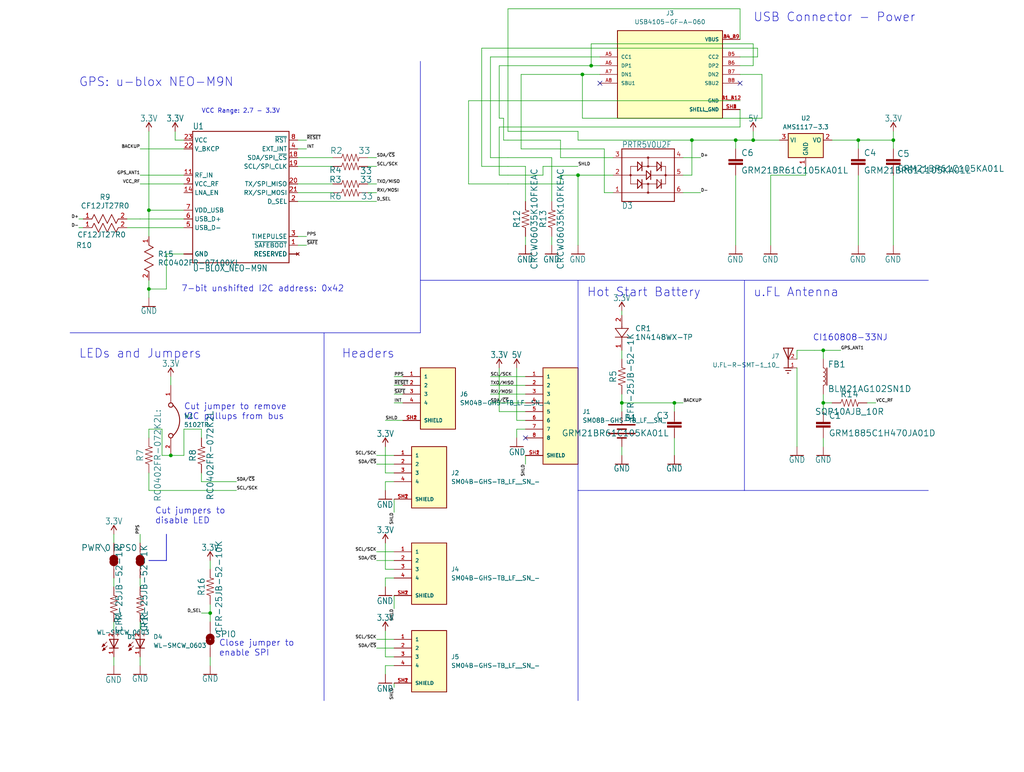
<source format=kicad_sch>
(kicad_sch (version 20231120) (generator "eeschema") (generator_version "8.0")
  (paper "User" 297.002 223.926)
  (lib_symbols
    (symbol "150060BS75000:WL-SMCW_0603" (pin_names (offset 1.016))
      (property "Reference" "D" (at -1.988 3.972 0))
      (property "Value" "WL-SMCW_0603" (at -2.628 -3.928 0))
      (symbol "WL-SMCW_0603_0_0"
        (text "+" (at 3.08 -1.74 0) (effects (font (size 1.27 1.27)) (justify left bottom)))
        (pin passive line (at -2.54 0 0) (length 2.54) (name "~") (number "1"))
        (pin passive line (at 5.08 0 180) (length 2.54) (name "~") (number "2"))
      )
    )
    (symbol "1N4148WX-TP:1N4148WX-TP" (pin_names (offset 0.254))
      (property "Reference" "CR" (at 5.08 4.445 0))
      (property "Value" "1N4148WX-TP" (at 5.08 -3.81 0))
      (symbol "1N4148WX-TP_1_1"
        (pin unspecified line (at 10.16 0 180) (length 2.54) (name "") (number "1"))
        (pin unspecified line (at 0 0 0) (length 2.54) (name "") (number "2"))
      )
      (symbol "1N4148WX-TP_1_2"
        (pin unspecified line (at 0 10.16 270) (length 2.54) (name "") (number "1"))
        (pin unspecified line (at 0 0 90) (length 2.54) (name "") (number "2"))
      )
    )
    (symbol "5102TR:5102TR" (pin_names (offset 1.016))
      (property "Reference" "W" (at -7.6244 5.0815 0))
      (property "Value" "5102TR" (at -7.63 -5.0866 0))
      (symbol "5102TR_0_0"
        (pin passive line (at -10.16 0 0) (length 5.08) (name "~") (number "1"))
        (pin passive line (at 10.16 0 180) (length 5.08) (name "~") (number "2"))
      )
    )
    (symbol "CF12JT27R0:CF12JT27R0" (pin_names (offset 0.254))
      (property "Reference" "R" (at 5.715 3.81 0))
      (property "Value" "CF12JT27R0" (at 6.35 -3.81 0))
      (symbol "CF12JT27R0_1_1"
        (pin unspecified line (at 0 0 0) (length 2.54) (name "") (number "1"))
        (pin unspecified line (at 12.7 0 180) (length 2.54) (name "") (number "2"))
      )
      (symbol "CF12JT27R0_1_2"
        (pin unspecified line (at 0 12.7 270) (length 2.54) (name "") (number "1"))
        (pin unspecified line (at 0 0 90) (length 2.54) (name "") (number "2"))
      )
    )
    (symbol "RC0402FR-07100KL:RC0402FR-07100KL" (pin_names (offset 0.254))
      (property "Reference" "R" (at 5.715 3.81 0))
      (property "Value" "RC0402FR-07100KL" (at 6.35 -3.81 0))
      (symbol "RC0402FR-07100KL_1_1"
        (pin unspecified line (at 12.7 0 180) (length 2.54) (name "") (number "1"))
        (pin unspecified line (at 0 0 0) (length 2.54) (name "") (number "2"))
      )
      (symbol "RC0402FR-07100KL_1_2"
        (pin unspecified line (at 0 12.7 270) (length 2.54) (name "") (number "1"))
        (pin unspecified line (at 0 0 90) (length 2.54) (name "") (number "2"))
      )
    )
    (symbol "Regulator_Linear:AMS1117-3.3"
      (property "Reference" "U" (at -3.81 3.175 0))
      (property "Value" "AMS1117-3.3" (at 0 3.175 0))
      (symbol "AMS1117-3.3_1_1"
        (pin power_in line (at 0 -7.62 90) (length 2.54) (name "GND") (number "1"))
        (pin power_out line (at 7.62 0 180) (length 2.54) (name "VO") (number "2"))
        (pin power_in line (at -7.62 0 0) (length 2.54) (name "VI") (number "3"))
      )
    )
    (symbol "SM04B-GHS-TB_LF__SN_-:SM04B-GHS-TB_LF__SN_-" (pin_names (offset 1.016))
      (property "Reference" "J" (at -5.0802 7.6203 0))
      (property "Value" "SM04B-GHS-TB_LF__SN_-" (at -5.0859 -12.7147 0))
      (symbol "SM04B-GHS-TB_LF__SN_-_0_0"
        (pin passive line (at -10.16 5.08 0) (length 5.08) (name "1") (number "1"))
        (pin passive line (at -10.16 2.54 0) (length 5.08) (name "2") (number "2"))
        (pin passive line (at -10.16 0 0) (length 5.08) (name "3") (number "3"))
        (pin passive line (at -10.16 -2.54 0) (length 5.08) (name "4") (number "4"))
        (pin power_in line (at -10.16 -7.62 0) (length 5.08) (name "SHIELD") (number "SH1"))
        (pin power_in line (at -10.16 -7.62 0) (length 5.08) (name "SHIELD") (number "SH2"))
      )
    )
    (symbol "SM08B-GHS-TB_LF__SN_:SM08B-GHS-TB_LF__SN_" (pin_names (offset 1.016))
      (property "Reference" "J" (at -5.0863 13.733 0))
      (property "Value" "SM08B-GHS-TB_LF__SN_" (at -5.087 -17.8045 0))
      (symbol "SM08B-GHS-TB_LF__SN__0_0"
        (pin passive line (at -10.16 10.16 0) (length 5.08) (name "1") (number "1"))
        (pin passive line (at -10.16 7.62 0) (length 5.08) (name "2") (number "2"))
        (pin passive line (at -10.16 5.08 0) (length 5.08) (name "3") (number "3"))
        (pin passive line (at -10.16 2.54 0) (length 5.08) (name "4") (number "4"))
        (pin passive line (at -10.16 0 0) (length 5.08) (name "5") (number "5"))
        (pin passive line (at -10.16 -2.54 0) (length 5.08) (name "6") (number "6"))
        (pin passive line (at -10.16 -5.08 0) (length 5.08) (name "7") (number "7"))
        (pin passive line (at -10.16 -7.62 0) (length 5.08) (name "8") (number "8"))
        (pin passive line (at -10.16 -12.7 0) (length 5.08) (name "SHIELD") (number "SH1"))
        (pin passive line (at -10.16 -12.7 0) (length 5.08) (name "SHIELD") (number "SH2"))
      )
    )
    (symbol "U.FL-R-SMT-1_10_:U.FL-R-SMT-1_10_" (pin_names (offset 1.016))
      (property "Reference" "J" (at -2.5406 5.0869 0))
      (property "Value" "U.FL-R-SMT-1_10_" (at -2.6677 -7.6346 0))
      (symbol "U.FL-R-SMT-1_10__0_0"
        (pin passive line (at -2.54 -2.54 0) (length 2.54) (name "~") (number "1"))
        (pin passive line (at -2.54 0 0) (length 2.54) (name "~") (number "2"))
      )
    )
    (symbol "USB4105-GF-A-060:USB4105-GF-A-060" (pin_names (offset 1.016))
      (property "Reference" "J" (at -15.24 13.97 0))
      (property "Value" "USB4105-GF-A-060" (at -15.24 -15.24 0))
      (symbol "USB4105-GF-A-060_0_0"
        (pin power_in line (at 20.32 -7.62 180) (length 5.08) (name "GND") (number "A1_B12"))
        (pin power_in line (at 20.32 10.16 180) (length 5.08) (name "VBUS") (number "A4_B9"))
        (pin bidirectional line (at -20.32 5.08 0) (length 5.08) (name "CC1") (number "A5"))
        (pin bidirectional line (at -20.32 2.54 0) (length 5.08) (name "DP1") (number "A6"))
        (pin bidirectional line (at -20.32 0 0) (length 5.08) (name "DN1") (number "A7"))
        (pin bidirectional line (at -20.32 -2.54 0) (length 5.08) (name "SBU1") (number "A8"))
        (pin power_in line (at 20.32 -7.62 180) (length 5.08) (name "GND") (number "B1_A12"))
        (pin power_in line (at 20.32 10.16 180) (length 5.08) (name "VBUS") (number "B4_A9"))
        (pin bidirectional line (at 20.32 5.08 180) (length 5.08) (name "CC2") (number "B5"))
        (pin bidirectional line (at 20.32 2.54 180) (length 5.08) (name "DP2") (number "B6"))
        (pin bidirectional line (at 20.32 0 180) (length 5.08) (name "DN2") (number "B7"))
        (pin bidirectional line (at 20.32 -2.54 180) (length 5.08) (name "SBU2") (number "B8"))
        (pin power_in line (at 20.32 -10.16 180) (length 5.08) (name "SHELL_GND") (number "SH1"))
        (pin power_in line (at 20.32 -10.16 180) (length 5.08) (name "SHELL_GND") (number "SH2"))
        (pin power_in line (at 20.32 -10.16 180) (length 5.08) (name "SHELL_GND") (number "SH3"))
        (pin power_in line (at 20.32 -10.16 180) (length 5.08) (name "SHELL_GND") (number "SH4"))
      )
    )
    (symbol "neom9n-eagle-import:0.1UF-0603-25V-(+80/-20%)"
      (property "Reference" "C" (at 1.524 2.921 0))
      (symbol "0.1UF-0603-25V-(+80/-20%)_1_0"
        (pin passive line (at 0 5.08 270) (length 2.54) (name "1") (number "1"))
        (pin passive line (at 0 -2.54 90) (length 2.54) (name "2") (number "2"))
      )
    )
    (symbol "neom9n-eagle-import:1.0UF-0603-16V-10%"
      (property "Reference" "C" (at 1.524 2.921 0))
      (symbol "1.0UF-0603-16V-10%_1_0"
        (pin passive line (at 0 5.08 270) (length 2.54) (name "1") (number "1"))
        (pin passive line (at 0 -2.54 90) (length 2.54) (name "2") (number "2"))
      )
    )
    (symbol "neom9n-eagle-import:10KOHM-0402-1/16W-1%"
      (property "Reference" "R" (at 0 1.524 0))
      (symbol "10KOHM-0402-1/16W-1%_1_0"
        (pin passive line (at -5.08 0 0) (length 2.54) (name "1") (number "1"))
        (pin passive line (at 5.08 0 180) (length 2.54) (name "2") (number "2"))
      )
    )
    (symbol "neom9n-eagle-import:10OHM-0603-1/10W-1%"
      (property "Reference" "R" (at 0 1.524 0))
      (symbol "10OHM-0603-1/10W-1%_1_0"
        (pin passive line (at -5.08 0 0) (length 2.54) (name "1") (number "1"))
        (pin passive line (at 5.08 0 180) (length 2.54) (name "2") (number "2"))
      )
    )
    (symbol "neom9n-eagle-import:1KOHM-0603-1/10W-1%"
      (property "Reference" "R" (at 0 1.524 0))
      (symbol "1KOHM-0603-1/10W-1%_1_0"
        (pin passive line (at -5.08 0 0) (length 2.54) (name "1") (number "1"))
        (pin passive line (at 5.08 0 180) (length 2.54) (name "2") (number "2"))
      )
    )
    (symbol "neom9n-eagle-import:2.2KOHM-0603-1/10W-1%"
      (property "Reference" "R" (at 0 1.524 0))
      (symbol "2.2KOHM-0603-1/10W-1%_1_0"
        (pin passive line (at -5.08 0 0) (length 2.54) (name "1") (number "1"))
        (pin passive line (at 5.08 0 180) (length 2.54) (name "2") (number "2"))
      )
    )
    (symbol "neom9n-eagle-import:3.3V" (power)
      (symbol "3.3V_1_0"
        (pin power_in line (at 0 0 90) (length 2.54) (name "3.3V") (number "1"))
      )
    )
    (symbol "neom9n-eagle-import:33OHM-0603-1/10W-1%"
      (property "Reference" "R" (at 0 1.524 0))
      (symbol "33OHM-0603-1/10W-1%_1_0"
        (pin passive line (at -5.08 0 0) (length 2.54) (name "1") (number "1"))
        (pin passive line (at 5.08 0 180) (length 2.54) (name "2") (number "2"))
      )
    )
    (symbol "neom9n-eagle-import:47PF-0603-50V-5%"
      (property "Reference" "C" (at 1.524 2.921 0))
      (symbol "47PF-0603-50V-5%_1_0"
        (pin passive line (at 0 5.08 270) (length 2.54) (name "1") (number "1"))
        (pin passive line (at 0 -2.54 90) (length 2.54) (name "2") (number "2"))
      )
    )
    (symbol "neom9n-eagle-import:5.1KOHM5.1KOHM-0603-1/10W-1%"
      (property "Reference" "R" (at 0 1.524 0))
      (symbol "5.1KOHM5.1KOHM-0603-1/10W-1%_1_0"
        (pin passive line (at -5.08 0 0) (length 2.54) (name "1") (number "1"))
        (pin passive line (at 5.08 0 180) (length 2.54) (name "2") (number "2"))
      )
    )
    (symbol "neom9n-eagle-import:5V" (power)
      (symbol "5V_1_0"
        (pin power_in line (at 0 0 90) (length 2.54) (name "5V") (number "1"))
      )
    )
    (symbol "neom9n-eagle-import:FERRITE_BEAD-0603"
      (property "Reference" "FB" (at 1.27 2.54 0))
      (symbol "FERRITE_BEAD-0603_1_0"
        (pin passive line (at 0 5.08 270) (length 2.54) (name "1") (number "1"))
        (pin passive line (at 0 -5.08 90) (length 2.54) (name "2") (number "2"))
      )
    )
    (symbol "neom9n-eagle-import:GND" (power)
      (symbol "GND_1_0"
        (pin power_in line (at 0 2.54 270) (length 2.54) (name "GND") (number "1"))
      )
    )
    (symbol "neom9n-eagle-import:JUMPER-SMT_2_NC_TRACE_SILK"
      (property "Reference" "JP" (at -2.54 2.54 0))
      (symbol "JUMPER-SMT_2_NC_TRACE_SILK_1_0"
        (pin passive line (at -5.08 0 0) (length 2.54) (name "1") (number "1"))
        (pin passive line (at 5.08 0 180) (length 2.54) (name "2") (number "2"))
      )
    )
    (symbol "neom9n-eagle-import:JUMPER-SMT_2_NO_SILK"
      (property "Reference" "JP" (at -2.54 2.54 0))
      (symbol "JUMPER-SMT_2_NO_SILK_1_0"
        (pin passive line (at -5.08 0 0) (length 2.54) (name "1") (number "1"))
        (pin passive line (at 5.08 0 180) (length 2.54) (name "2") (number "2"))
      )
    )
    (symbol "neom9n-eagle-import:ML414H_IV01E_BATTERY"
      (property "Reference" "BT" (at 0 4.318 0))
      (symbol "ML414H_IV01E_BATTERY_1_0"
        (pin power_in line (at -5.08 0 0) (length 2.54) (name "+") (number "+"))
        (pin power_in line (at 5.08 0 180) (length 2.54) (name "-") (number "-"))
      )
    )
    (symbol "neom9n-eagle-import:PRTR5V0U2F"
      (symbol "PRTR5V0U2F_1_0"
        (pin bidirectional line (at -10.16 5.08 0) (length 2.54) (name "1") (number "1"))
        (pin bidirectional line (at -10.16 0 0) (length 2.54) (name "2") (number "2"))
        (pin bidirectional line (at -10.16 -5.08 0) (length 2.54) (name "3") (number "3"))
        (pin bidirectional line (at 10.16 -5.08 180) (length 2.54) (name "4") (number "4"))
        (pin bidirectional line (at 10.16 0 180) (length 2.54) (name "5") (number "5"))
        (pin bidirectional line (at 10.16 5.08 180) (length 2.54) (name "6") (number "6"))
      )
    )
    (symbol "neom9n-eagle-import:U-BLOX_NEO-M9N"
      (symbol "U-BLOX_NEO-M9N_1_0"
        (pin bidirectional line (at 17.78 -15.24 180) (length 2.54) (name "~{SAFEBOOT}") (number "1"))
        (pin bidirectional line (at -15.24 -17.78 0) (length 2.54) (name "GND") (number "10"))
        (pin bidirectional line (at -15.24 5.08 0) (length 2.54) (name "RF_IN") (number "11"))
        (pin bidirectional line (at -15.24 -17.78 0) (length 2.54) (name "GND") (number "12"))
        (pin bidirectional line (at -15.24 -17.78 0) (length 2.54) (name "GND") (number "13"))
        (pin bidirectional line (at -15.24 0 0) (length 2.54) (name "LNA_EN") (number "14"))
        (pin no_connect line (at 17.78 -17.78 180) (length 2.54) (name "RESERVED") (number "15"))
        (pin no_connect line (at 17.78 -17.78 180) (length 2.54) (name "RESERVED") (number "16"))
        (pin no_connect line (at 17.78 -17.78 180) (length 2.54) (name "RESERVED") (number "17"))
        (pin bidirectional line (at 17.78 10.16 180) (length 2.54) (name "SDA/SPI_~{CS}") (number "18"))
        (pin bidirectional line (at 17.78 7.62 180) (length 2.54) (name "SCL/SPI_CLK") (number "19"))
        (pin bidirectional line (at 17.78 -2.54 180) (length 2.54) (name "D_SEL") (number "2"))
        (pin bidirectional line (at 17.78 2.54 180) (length 2.54) (name "TX/SPI_MISO") (number "20"))
        (pin bidirectional line (at 17.78 0 180) (length 2.54) (name "RX/SPI_MOSI") (number "21"))
        (pin bidirectional line (at -15.24 12.7 0) (length 2.54) (name "V_BKCP") (number "22"))
        (pin bidirectional line (at -15.24 15.24 0) (length 2.54) (name "VCC") (number "23"))
        (pin bidirectional line (at -15.24 -17.78 0) (length 2.54) (name "GND") (number "24"))
        (pin bidirectional line (at 17.78 -12.7 180) (length 2.54) (name "TIMEPULSE") (number "3"))
        (pin bidirectional line (at 17.78 12.7 180) (length 2.54) (name "EXT_INT") (number "4"))
        (pin bidirectional line (at -15.24 -10.16 0) (length 2.54) (name "USB_D-") (number "5"))
        (pin bidirectional line (at -15.24 -7.62 0) (length 2.54) (name "USB_D+") (number "6"))
        (pin bidirectional line (at -15.24 -5.08 0) (length 2.54) (name "VDD_USB") (number "7"))
        (pin bidirectional line (at 17.78 15.24 180) (length 2.54) (name "~{RST}") (number "8"))
        (pin bidirectional line (at -15.24 2.54 0) (length 2.54) (name "VCC_RF") (number "9"))
      )
    )
  )
  (junction (at 238.76 101.6))
  (junction (at 49.53 132.08))
  (junction (at 259.08 40.64))
  (junction (at 60.96 177.8))
  (junction (at 168.91 21.59))
  (junction (at 213.36 40.64))
  (junction (at 167.64 50.8))
  (junction (at 238.76 116.84))
  (junction (at 248.92 40.64))
  (junction (at 43.18 83.82))
  (junction (at 200.66 40.64))
  (junction (at 195.58 116.84))
  (junction (at 43.18 60.96))
  (junction (at 180.34 116.84))
  (junction (at 218.44 40.64))
  (junction (at 171.45 19.05))
  (no_connect (at 173.99 24.13))
  (no_connect (at 214.63 24.13))
  (no_connect (at 152.4 127))
  (wire (pts (xy 254 116.84) (xy 251.46 116.84)) (stroke (width 0.1524)))
  (wire (pts (xy 160.02 68.58) (xy 160.02 71.12)) (stroke (width 0.1524)))
  (polyline (pts (xy 167.64 81.28) (xy 215.9 81.28)) (stroke (width 0.1524) (type solid)))
  (wire (pts (xy 48.26 73.66) (xy 48.26 83.82)) (stroke (width 0.1524)))
  (wire (pts (xy 116.84 111.76) (xy 114.3 111.76)) (stroke (width 0.1524)))
  (wire (pts (xy 175.26 55.88) (xy 177.8 55.88)) (stroke (width 0.1524)))
  (wire (pts (xy 241.3 40.64) (xy 248.92 40.64)) (stroke (width 0.1524)))
  (wire (pts (xy 114.3 190.5) (xy 111.76 190.5)) (stroke (width 0.1524)))
  (wire (pts (xy 114.3 165.1) (xy 111.76 165.1)) (stroke (width 0.1524)))
  (wire (pts (xy 213.36 40.64) (xy 200.66 40.64)) (stroke (width 0.1524)))
  (wire (pts (xy 139.7 13.97) (xy 139.7 48.26)))
  (wire (pts (xy 43.18 124.46) (xy 46.99 124.46)) (stroke (width 0.1524)))
  (wire (pts (xy 157.48 50.8) (xy 157.48 48.26)) (stroke (width 0.1524)))
  (wire (pts (xy 195.58 116.84) (xy 198.12 116.84)) (stroke (width 0.1524)))
  (wire (pts (xy 180.34 90.17) (xy 180.34 91.44)))
  (wire (pts (xy 220.98 21.59) (xy 214.63 21.59)))
  (polyline (pts (xy 20.32 96.52) (xy 93.98 96.52)) (stroke (width 0.1524) (type solid)))
  (wire (pts (xy 171.45 19.05) (xy 144.78 19.05)))
  (wire (pts (xy 58.42 137.16) (xy 58.42 139.7)) (stroke (width 0.1524)))
  (wire (pts (xy 167.64 50.8) (xy 162.56 50.8)) (stroke (width 0.1524)))
  (wire (pts (xy 24.13 66.04) (xy 22.86 66.04)) (stroke (width 0.1524)))
  (wire (pts (xy 218.44 19.05) (xy 218.44 12.7)))
  (wire (pts (xy 114.3 185.42) (xy 109.22 185.42)) (stroke (width 0.1524)))
  (wire (pts (xy 167.64 50.8) (xy 167.64 71.12)) (stroke (width 0.1524)))
  (wire (pts (xy 180.34 116.84) (xy 180.34 119.38)) (stroke (width 0.1524)))
  (wire (pts (xy 114.3 148.59) (xy 114.3 144.78)))
  (wire (pts (xy 231.14 101.6) (xy 236.22 101.6)))
  (wire (pts (xy 180.34 114.3) (xy 180.34 116.84)) (stroke (width 0.1524)))
  (wire (pts (xy 40.64 180.34) (xy 40.64 182.88)) (stroke (width 0.1524)))
  (wire (pts (xy 248.92 40.64) (xy 248.92 43.18)) (stroke (width 0.1524)))
  (wire (pts (xy 152.4 58.42) (xy 152.4 48.26)) (stroke (width 0.1524)))
  (wire (pts (xy 218.44 12.7) (xy 171.45 12.7)))
  (wire (pts (xy 180.34 129.54) (xy 180.34 132.08)) (stroke (width 0.1524)))
  (wire (pts (xy 60.96 175.26) (xy 60.96 177.8)) (stroke (width 0.1524)))
  (wire (pts (xy 139.7 48.26) (xy 147.32 48.26)))
  (wire (pts (xy 106.68 45.72) (xy 109.22 45.72)) (stroke (width 0.1524)))
  (wire (pts (xy 233.68 50.8) (xy 233.68 48.26)) (stroke (width 0.1524)))
  (wire (pts (xy 114.3 193.04) (xy 111.76 193.04)) (stroke (width 0.1524)))
  (wire (pts (xy 114.3 134.62) (xy 109.22 134.62)) (stroke (width 0.1524)))
  (polyline (pts (xy 215.9 81.28) (xy 269.24 81.28)) (stroke (width 0.1524) (type solid)))
  (wire (pts (xy 111.76 193.04) (xy 111.76 195.58)) (stroke (width 0.1524)))
  (wire (pts (xy 114.3 162.56) (xy 109.22 162.56)) (stroke (width 0.1524)))
  (wire (pts (xy 142.24 45.72) (xy 147.32 45.72)))
  (wire (pts (xy 53.34 124.46) (xy 53.34 132.08)) (stroke (width 0.1524)))
  (wire (pts (xy 53.34 132.08) (xy 49.53 132.08)) (stroke (width 0.1524)))
  (wire (pts (xy 168.91 21.59) (xy 151.13 21.59)))
  (wire (pts (xy 147.32 50.8) (xy 157.48 50.8)) (stroke (width 0.1524)))
  (wire (pts (xy 241.3 116.84) (xy 238.76 116.84)) (stroke (width 0.1524)))
  (wire (pts (xy 49.53 109.22) (xy 49.53 111.76)) (stroke (width 0.1524)))
  (wire (pts (xy 40.64 157.48) (xy 40.64 154.94)) (stroke (width 0.1524)))
  (wire (pts (xy 238.76 114.3) (xy 238.76 116.84)) (stroke (width 0.1524)))
  (wire (pts (xy 168.91 21.59) (xy 168.91 34.29)))
  (wire (pts (xy 53.34 50.8) (xy 40.64 50.8)) (stroke (width 0.1524)))
  (wire (pts (xy 86.36 40.64) (xy 88.9 40.64)) (stroke (width 0.1524)))
  (wire (pts (xy 58.42 177.8) (xy 60.96 177.8)) (stroke (width 0.1524)))
  (wire (pts (xy 152.4 119.38) (xy 144.78 119.38)) (stroke (width 0.1524)))
  (wire (pts (xy 36.83 66.04) (xy 40.64 66.04)))
  (wire (pts (xy 162.56 45.72) (xy 162.56 40.64)) (stroke (width 0.1524)))
  (wire (pts (xy 214.63 36.83) (xy 144.78 36.83)))
  (wire (pts (xy 175.26 43.18) (xy 175.26 55.88)) (stroke (width 0.1524)))
  (wire (pts (xy 43.18 38.1) (xy 43.18 60.96)) (stroke (width 0.1524)))
  (wire (pts (xy 173.99 21.59) (xy 168.91 21.59)))
  (wire (pts (xy 214.63 2.54) (xy 147.32 2.54)))
  (wire (pts (xy 198.12 45.72) (xy 203.2 45.72)) (stroke (width 0.1524)))
  (polyline (pts (xy 121.92 17.78) (xy 121.92 81.28)) (stroke (width 0.1524) (type solid)))
  (wire (pts (xy 147.32 38.1) (xy 167.64 38.1)) (stroke (width 0.1524)))
  (wire (pts (xy 248.92 40.64) (xy 259.08 40.64)) (stroke (width 0.1524)))
  (wire (pts (xy 195.58 127) (xy 195.58 132.08)) (stroke (width 0.1524)))
  (wire (pts (xy 40.64 167.64) (xy 40.64 170.18)) (stroke (width 0.1524)))
  (wire (pts (xy 36.83 63.5) (xy 40.64 63.5)))
  (wire (pts (xy 58.42 139.7) (xy 68.58 139.7)) (stroke (width 0.1524)))
  (polyline (pts (xy 121.92 96.52) (xy 93.98 96.52)) (stroke (width 0.1524) (type solid)))
  (wire (pts (xy 152.4 114.3) (xy 142.24 114.3)) (stroke (width 0.1524)))
  (wire (pts (xy 223.52 50.8) (xy 233.68 50.8)) (stroke (width 0.1524)))
  (wire (pts (xy 214.63 19.05) (xy 218.44 19.05)))
  (wire (pts (xy 151.13 43.18) (xy 175.26 43.18)) (stroke (width 0.1524)))
  (wire (pts (xy 162.56 45.72) (xy 177.8 45.72)) (stroke (width 0.1524)))
  (wire (pts (xy 219.71 13.97) (xy 139.7 13.97)))
  (wire (pts (xy 86.36 58.42) (xy 109.22 58.42)) (stroke (width 0.1524)))
  (wire (pts (xy 259.08 43.18) (xy 259.08 40.64)) (stroke (width 0.1524)))
  (wire (pts (xy 231.14 104.14) (xy 231.14 101.6)))
  (polyline (pts (xy 167.64 81.28) (xy 167.64 142.24)) (stroke (width 0.1524) (type solid)))
  (wire (pts (xy 243.84 101.6) (xy 238.76 101.6)) (stroke (width 0.1524)))
  (wire (pts (xy 162.56 50.8) (xy 162.56 53.34)) (stroke (width 0.1524)))
  (wire (pts (xy 223.52 50.8) (xy 223.52 71.12)) (stroke (width 0.1524)))
  (wire (pts (xy 135.89 29.21) (xy 135.89 53.34)))
  (wire (pts (xy 48.26 83.82) (xy 43.18 83.82)) (stroke (width 0.1524)))
  (wire (pts (xy 171.45 12.7) (xy 171.45 19.05)))
  (wire (pts (xy 162.56 53.34) (xy 147.32 53.34)) (stroke (width 0.1524)))
  (wire (pts (xy 144.78 36.83) (xy 144.78 50.8)))
  (wire (pts (xy 53.34 40.64) (xy 50.8 40.64)) (stroke (width 0.1524)))
  (wire (pts (xy 168.91 34.29) (xy 220.98 34.29)))
  (wire (pts (xy 111.76 137.16) (xy 111.76 129.54)) (stroke (width 0.1524)))
  (wire (pts (xy 53.34 53.34) (xy 40.64 53.34)) (stroke (width 0.1524)))
  (wire (pts (xy 167.64 38.1) (xy 167.64 40.64)) (stroke (width 0.1524)))
  (polyline (pts (xy 121.92 81.28) (xy 167.64 81.28)) (stroke (width 0.1524) (type solid)))
  (polyline (pts (xy 48.26 154.94) (xy 48.26 162.56)) (stroke (width 0.2032) (type solid)))
  (wire (pts (xy 200.66 50.8) (xy 200.66 40.64)) (stroke (width 0.1524)))
  (wire (pts (xy 58.42 127) (xy 58.42 124.46)) (stroke (width 0.1524)))
  (wire (pts (xy 43.18 142.24) (xy 68.58 142.24)) (stroke (width 0.1524)))
  (wire (pts (xy 144.78 119.38) (xy 144.78 106.68)) (stroke (width 0.1524)))
  (wire (pts (xy 213.36 43.18) (xy 213.36 40.64)) (stroke (width 0.1524)))
  (wire (pts (xy 106.68 53.34) (xy 109.22 53.34)) (stroke (width 0.1524)))
  (polyline (pts (xy 93.98 96.52) (xy 93.98 203.2)) (stroke (width 0.1524) (type solid)))
  (wire (pts (xy 135.89 53.34) (xy 147.32 53.34)))
  (wire (pts (xy 195.58 116.84) (xy 180.34 116.84)) (stroke (width 0.1524)))
  (wire (pts (xy 238.76 129.54) (xy 238.76 127)) (stroke (width 0.1524)))
  (wire (pts (xy 214.63 11.43) (xy 214.63 2.54)))
  (wire (pts (xy 106.68 55.88) (xy 109.22 55.88)) (stroke (width 0.1524)))
  (wire (pts (xy 53.34 124.46) (xy 58.42 124.46)) (stroke (width 0.1524)))
  (wire (pts (xy 144.78 50.8) (xy 147.32 50.8)))
  (wire (pts (xy 142.24 16.51) (xy 142.24 45.72)))
  (wire (pts (xy 152.4 134.62) (xy 152.4 132.08)))
  (wire (pts (xy 238.76 116.84) (xy 238.76 119.38)) (stroke (width 0.1524)))
  (polyline (pts (xy 121.92 81.28) (xy 121.92 96.52)) (stroke (width 0.1524) (type solid)))
  (polyline (pts (xy 48.26 162.56) (xy 43.18 162.56)) (stroke (width 0.2032) (type solid)))
  (wire (pts (xy 219.71 16.51) (xy 219.71 13.97)))
  (wire (pts (xy 152.4 48.26) (xy 147.32 48.26)) (stroke (width 0.1524)))
  (wire (pts (xy 50.8 38.1) (xy 50.8 40.64)) (stroke (width 0.1524)))
  (wire (pts (xy 214.63 29.21) (xy 135.89 29.21)))
  (wire (pts (xy 116.84 114.3) (xy 114.3 114.3)) (stroke (width 0.1524)))
  (wire (pts (xy 152.4 68.58) (xy 152.4 71.12)) (stroke (width 0.1524)))
  (wire (pts (xy 111.76 190.5) (xy 111.76 182.88)) (stroke (width 0.1524)))
  (wire (pts (xy 151.13 21.59) (xy 151.13 43.18)))
  (wire (pts (xy 152.4 109.22) (xy 142.24 109.22)) (stroke (width 0.1524)))
  (wire (pts (xy 171.45 19.05) (xy 173.99 19.05)))
  (wire (pts (xy 231.14 129.54) (xy 231.14 106.68)) (stroke (width 0.1524)))
  (wire (pts (xy 53.34 43.18) (xy 40.64 43.18)) (stroke (width 0.1524)))
  (wire (pts (xy 149.86 124.46) (xy 149.86 127)) (stroke (width 0.1524)))
  (wire (pts (xy 33.02 157.48) (xy 33.02 154.94)) (stroke (width 0.1524)))
  (wire (pts (xy 114.3 160.02) (xy 109.22 160.02)) (stroke (width 0.1524)))
  (wire (pts (xy 259.08 71.12) (xy 259.08 50.8)) (stroke (width 0.1524)))
  (wire (pts (xy 248.92 71.12) (xy 248.92 50.8)) (stroke (width 0.1524)))
  (wire (pts (xy 96.52 45.72) (xy 86.36 45.72)) (stroke (width 0.1524)))
  (wire (pts (xy 152.4 121.92) (xy 149.86 121.92)) (stroke (width 0.1524)))
  (polyline (pts (xy 215.9 142.24) (xy 269.24 142.24)) (stroke (width 0.1524) (type solid)))
  (wire (pts (xy 195.58 116.84) (xy 195.58 119.38)) (stroke (width 0.1524)))
  (wire (pts (xy 33.02 182.88) (xy 33.02 180.34)) (stroke (width 0.1524)))
  (wire (pts (xy 173.99 16.51) (xy 142.24 16.51)))
  (wire (pts (xy 60.96 190.5) (xy 60.96 193.04)) (stroke (width 0.1524)))
  (wire (pts (xy 43.18 127) (xy 43.18 124.46)) (stroke (width 0.1524)))
  (wire (pts (xy 86.36 43.18) (xy 88.9 43.18)) (stroke (width 0.1524)))
  (wire (pts (xy 86.36 53.34) (xy 96.52 53.34)) (stroke (width 0.1524)))
  (wire (pts (xy 198.12 55.88) (xy 203.2 55.88)) (stroke (width 0.1524)))
  (polyline (pts (xy 215.9 142.24) (xy 167.64 142.24)) (stroke (width 0.1524) (type solid)))
  (wire (pts (xy 114.3 199.39) (xy 114.3 198.12)))
  (wire (pts (xy 114.3 139.7) (xy 111.76 139.7)) (stroke (width 0.1524)))
  (wire (pts (xy 220.98 34.29) (xy 220.98 21.59)))
  (wire (pts (xy 33.02 193.04) (xy 33.02 190.5)) (stroke (width 0.1524)))
  (wire (pts (xy 114.3 176.53) (xy 114.3 172.72)))
  (wire (pts (xy 116.84 109.22) (xy 114.3 109.22)) (stroke (width 0.1524)))
  (wire (pts (xy 53.34 63.5) (xy 40.64 63.5)) (stroke (width 0.1524)))
  (wire (pts (xy 43.18 83.82) (xy 43.18 86.36)) (stroke (width 0.1524)))
  (wire (pts (xy 111.76 167.64) (xy 111.76 170.18)) (stroke (width 0.1524)))
  (wire (pts (xy 200.66 40.64) (xy 167.64 40.64)) (stroke (width 0.1524)))
  (wire (pts (xy 238.76 101.6) (xy 238.76 104.14)) (stroke (width 0.1524)))
  (wire (pts (xy 180.34 101.6) (xy 180.34 104.14)) (stroke (width 0.1524)))
  (wire (pts (xy 60.96 165.1) (xy 60.96 162.56)) (stroke (width 0.1524)))
  (wire (pts (xy 213.36 71.12) (xy 213.36 50.8)) (stroke (width 0.1524)))
  (wire (pts (xy 43.18 137.16) (xy 43.18 142.24)) (stroke (width 0.1524)))
  (wire (pts (xy 46.99 124.46) (xy 46.99 132.08)) (stroke (width 0.1524)))
  (wire (pts (xy 111.76 121.92) (xy 116.84 121.92)))
  (wire (pts (xy 114.3 187.96) (xy 109.22 187.96)) (stroke (width 0.1524)))
  (wire (pts (xy 259.08 38.1) (xy 259.08 40.64)) (stroke (width 0.1524)))
  (wire (pts (xy 114.3 167.64) (xy 111.76 167.64)) (stroke (width 0.1524)))
  (wire (pts (xy 177.8 50.8) (xy 167.64 50.8)) (stroke (width 0.1524)))
  (polyline (pts (xy 167.64 142.24) (xy 167.64 203.2)) (stroke (width 0.1524) (type solid)))
  (wire (pts (xy 149.86 121.92) (xy 149.86 106.68)) (stroke (width 0.1524)))
  (wire (pts (xy 86.36 55.88) (xy 96.52 55.88)) (stroke (width 0.1524)))
  (wire (pts (xy 96.52 48.26) (xy 86.36 48.26)) (stroke (width 0.1524)))
  (wire (pts (xy 146.05 34.29) (xy 146.05 40.64)))
  (wire (pts (xy 144.78 19.05) (xy 144.78 34.29)))
  (wire (pts (xy 147.32 2.54) (xy 147.32 38.1)))
  (wire (pts (xy 116.84 116.84) (xy 114.3 116.84)) (stroke (width 0.1524)))
  (wire (pts (xy 144.78 34.29) (xy 146.05 34.29)))
  (wire (pts (xy 53.34 73.66) (xy 48.26 73.66)) (stroke (width 0.1524)))
  (wire (pts (xy 43.18 60.96) (xy 43.18 68.58)) (stroke (width 0.1524)))
  (wire (pts (xy 114.3 132.08) (xy 109.22 132.08)) (stroke (width 0.1524)))
  (wire (pts (xy 86.36 71.12) (xy 88.9 71.12)) (stroke (width 0.1524)))
  (wire (pts (xy 33.02 167.64) (xy 33.02 170.18)) (stroke (width 0.1524)))
  (wire (pts (xy 162.56 40.64) (xy 147.32 40.64)) (stroke (width 0.1524)))
  (polyline (pts (xy 215.9 81.28) (xy 215.9 142.24)) (stroke (width 0.1524) (type solid)))
  (wire (pts (xy 214.63 16.51) (xy 219.71 16.51)))
  (wire (pts (xy 114.3 137.16) (xy 111.76 137.16)) (stroke (width 0.1524)))
  (wire (pts (xy 198.12 50.8) (xy 200.66 50.8)) (stroke (width 0.1524)))
  (wire (pts (xy 86.36 68.58) (xy 88.9 68.58)) (stroke (width 0.1524)))
  (wire (pts (xy 106.68 48.26) (xy 109.22 48.26)) (stroke (width 0.1524)))
  (wire (pts (xy 238.76 101.6) (xy 236.22 101.6)) (stroke (width 0.1524)))
  (wire (pts (xy 218.44 40.64) (xy 213.36 40.64)) (stroke (width 0.1524)))
  (wire (pts (xy 218.44 40.64) (xy 226.06 40.64)) (stroke (width 0.1524)))
  (wire (pts (xy 152.4 111.76) (xy 142.24 111.76)) (stroke (width 0.1524)))
  (wire (pts (xy 24.13 63.5) (xy 22.86 63.5)) (stroke (width 0.1524)))
  (wire (pts (xy 46.99 132.08) (xy 49.53 132.08)) (stroke (width 0.1524)))
  (wire (pts (xy 53.34 60.96) (xy 43.18 60.96)) (stroke (width 0.1524)))
  (wire (pts (xy 146.05 40.64) (xy 147.32 40.64)))
  (wire (pts (xy 218.44 40.64) (xy 218.44 38.1)) (stroke (width 0.1524)))
  (wire (pts (xy 53.34 66.04) (xy 40.64 66.04)) (stroke (width 0.1524)))
  (wire (pts (xy 157.48 48.26) (xy 167.64 48.26)) (stroke (width 0.1524)))
  (wire (pts (xy 43.18 81.28) (xy 43.18 83.82)) (stroke (width 0.1524)))
  (wire (pts (xy 147.32 45.72) (xy 160.02 45.72)) (stroke (width 0.1524)))
  (wire (pts (xy 60.96 177.8) (xy 60.96 180.34)) (stroke (width 0.1524)))
  (wire (pts (xy 152.4 124.46) (xy 149.86 124.46)) (stroke (width 0.1524)))
  (wire (pts (xy 152.4 116.84) (xy 142.24 116.84)) (stroke (width 0.1524)))
  (wire (pts (xy 160.02 45.72) (xy 160.02 58.42)) (stroke (width 0.1524)))
  (wire (pts (xy 40.64 190.5) (xy 40.64 193.04)) (stroke (width 0.1524)))
  (wire (pts (xy 111.76 165.1) (xy 111.76 157.48)) (stroke (width 0.1524)))
  (wire (pts (xy 111.76 139.7) (xy 111.76 142.24)) (stroke (width 0.1524)))
  (wire (pts (xy 214.63 31.75) (xy 214.63 36.83)))
  (text "Headers" (at 99.06 104.14 0) (effects (font (size 2.54 2.54)) (justify left bottom)))
  (text "Cut jumper to remove\nI2C pullups from bus" (at 53.34 121.92 0) (effects (font (size 1.778 1.778)) (justify left bottom)))
  (text "Close jumper to\nenable SPI" (at 63.5 190.5 0) (effects (font (size 1.778 1.778)) (justify left bottom)))
  (text "CI160808-33NJ" (at 235.712 99.06 0) (effects (font (size 1.778 1.778)) (justify left bottom)))
  (text "VCC Range: 2.7 - 3.3V" (at 58.42 33.02 0) (effects (font (size 1.27 1.27)) (justify left bottom)))
  (text "u.FL Antenna" (at 218.44 86.36 0) (effects (font (size 2.54 2.54)) (justify left bottom)))
  (text "Hot Start Battery" (at 170.18 86.36 0) (effects (font (size 2.54 2.54)) (justify left bottom)))
  (text "LEDs and Jumpers" (at 22.86 104.14 0) (effects (font (size 2.54 2.54)) (justify left bottom)))
  (text "7-bit unshifted I2C address: 0x42" (at 76.2 83.82 0) (effects (font (size 1.778 1.778))))
  (text "USB Connector - Power" (at 218.44 6.604 0) (effects (font (size 2.54 2.54)) (justify left bottom)))
  (text "GPS: u-blox NEO-M9N" (at 22.86 25.4 0) (effects (font (size 2.54 2.54)) (justify left bottom)))
  (text "Cut jumpers to\ndisable LED" (at 44.958 152.146 0) (effects (font (size 1.778 1.778)) (justify left bottom)))
  (label "TXO/MISO" (at 142.24 111.76 0) (effects (font (size 0.889 0.889))))
  (label "INT" (at 114.3 116.84 0) (effects (font (size 0.889 0.889))))
  (label "BACKUP" (at 198.12 116.84 0) (effects (font (size 0.889 0.889))))
  (label "D-" (at 22.86 66.04 180) (effects (font (size 0.889 0.889))))
  (label "RXI/MOSI" (at 109.22 55.88 0) (effects (font (size 0.889 0.889))))
  (label "D_SEL" (at 58.42 177.8 180) (effects (font (size 0.889 0.889))))
  (label "~{SAFE}" (at 114.3 114.3 0) (effects (font (size 0.889 0.889))))
  (label "RXI/MOSI" (at 142.24 114.3 0) (effects (font (size 0.889 0.889))))
  (label "PPS" (at 88.9 68.58 0) (effects (font (size 0.889 0.889))))
  (label "SDA/~{CS}" (at 109.22 134.62 180) (effects (font (size 0.889 0.889))))
  (label "SDA/~{CS}" (at 142.24 116.84 0) (effects (font (size 0.889 0.889))))
  (label "VCC_RF" (at 40.64 53.34 180) (effects (font (size 0.889 0.889))))
  (label "SHLD" (at 152.4 134.62 270) (effects (font (size 0.889 0.889))))
  (label "SDA/~{CS}" (at 109.22 162.56 180) (effects (font (size 0.889 0.889))))
  (label "BACKUP" (at 40.64 43.18 180) (effects (font (size 0.889 0.889))))
  (label "SDA/~{CS}" (at 109.22 187.96 180) (effects (font (size 0.889 0.889))))
  (label "D+" (at 203.2 45.72 0) (effects (font (size 0.889 0.889))))
  (label "SCL/SCK" (at 109.22 160.02 180) (effects (font (size 0.889 0.889))))
  (label "SHLD" (at 114.3 199.39 270) (effects (font (size 0.889 0.889))))
  (label "SHLD" (at 114.3 176.53 270) (effects (font (size 0.889 0.889))))
  (label "GPS_ANT1" (at 40.64 50.8 180) (effects (font (size 0.889 0.889))))
  (label "SHLD" (at 114.3 148.59 270) (effects (font (size 0.889 0.889))))
  (label "D-" (at 203.2 55.88 0) (effects (font (size 0.889 0.889))))
  (label "GPS_ANT1" (at 243.84 101.6 0) (effects (font (size 0.889 0.889))))
  (label "SCL/SCK" (at 68.58 142.24 0) (effects (font (size 0.889 0.889))))
  (label "VCC_RF" (at 254 116.84 0) (effects (font (size 0.889 0.889))))
  (label "D+" (at 22.86 63.5 180) (effects (font (size 0.889 0.889))))
  (label "PPS" (at 114.3 109.22 0) (effects (font (size 0.889 0.889))))
  (label "SHLD" (at 111.76 121.92 0) (effects (font (size 0.889 0.889))))
  (label "~{RESET}" (at 114.3 111.76 0) (effects (font (size 0.889 0.889))))
  (label "SCL/SCK" (at 142.24 109.22 0) (effects (font (size 0.889 0.889))))
  (label "SHLD" (at 167.64 48.26 0) (effects (font (size 0.889 0.889))))
  (label "D_SEL" (at 109.22 58.42 0) (effects (font (size 0.889 0.889))))
  (label "SDA/~{CS}" (at 68.58 139.7 0) (effects (font (size 0.889 0.889))))
  (label "PPS" (at 40.64 154.94 90) (effects (font (size 0.889 0.889))))
  (label "INT" (at 88.9 43.18 0) (effects (font (size 0.889 0.889))))
  (label "~{SAFE}" (at 88.9 71.12 0) (effects (font (size 0.889 0.889))))
  (label "SCL/SCK" (at 109.22 48.26 0) (effects (font (size 0.889 0.889))))
  (label "SCL/SCK" (at 109.22 185.42 180) (effects (font (size 0.889 0.889))))
  (label "SCL/SCK" (at 109.22 132.08 180) (effects (font (size 0.889 0.889))))
  (label "TXO/MISO" (at 109.22 53.34 0) (effects (font (size 0.889 0.889))))
  (label "SDA/~{CS}" (at 109.22 45.72 0) (effects (font (size 0.889 0.889))))
  (label "~{RESET}" (at 88.9 40.64 0) (effects (font (size 0.889 0.889))))
  (symbol (lib_id "neom9n-eagle-import:1.0UF-0603-16V-10%") (at 213.36 48.26 0) (unit 1)
    (property "Reference" "C6" (at 214.884 45.339 0) (effects (font (size 1.778 1.778)) (justify left bottom)))
    (property "Value" "GRM21BR61C105KA01L" (at 214.884 50.419 0) (effects (font (size 1.778 1.778)) (justify left bottom)))
    (property "Footprint" "GRM21BR61C105KA01L:CAPC2012X135N" (effects (hide yes)))
  )
  (symbol (lib_id "USB4105-GF-A-060:USB4105-GF-A-060") (at 194.31 21.59 0) (unit 1)
    (property "Reference" "J3" (at 194.31 3.81 0))
    (property "Value" "USB4105-GF-A-060" (at 194.31 6.35 0))
    (property "Footprint" "USB4105-GF-A-060:GCT_USB4105-GF-A-060" (effects (hide yes)))
    (property "MF" "GCT" (effects (hide yes)))
    (property "MAXIMUM_PACKAGE_HEIGHT" "3.31mm" (effects (hide yes)))
    (property "Package" "None" (effects (hide yes)))
    (property "Price" "None" (effects (hide yes)))
    (property "Check_prices" "https://www.snapeda.com/parts/USB4105-GF-A-060/Global+Connector+Technology/view-part/?ref=eda" (effects (hide yes)))
    (property "STANDARD" "Manufacturer Recommendations" (effects (hide yes)))
    (property "PARTREV" "B3" (effects (hide yes)))
    (property "SnapEDA_Link" "https://www.snapeda.com/parts/USB4105-GF-A-060/Global+Connector+Technology/view-part/?ref=snap" (effects (hide yes)))
    (property "MP" "USB4105-GF-A-060" (effects (hide yes)))
    (property "Description_1" "\n                        \n                            USB-C (USB TYPE-C) USB 2.0 Receptacle Connector 24 (16+8 Dummy) Position Surface Mount, Right Angle; Through Hole\n                        \n" (effects (hide yes)))
    (property "Availability" "In Stock" (effects (hide yes)))
    (property "MANUFACTURER" "Global Connector Technology" (effects (hide yes)))
  )
  (symbol (lib_id "neom9n-eagle-import:GND") (at 111.76 172.72 0) (unit 1)
    (property "Reference" "#GND08" (effects (hide yes)))
    (property "Value" "GND" (at 109.22 175.26 0) (effects (font (size 1.778 1.5113)) (justify left bottom)))
  )
  (symbol (lib_id "neom9n-eagle-import:GND") (at 40.64 195.58 0) (unit 1)
    (property "Reference" "#GND04" (effects (hide yes)))
    (property "Value" "GND" (at 40.64 195.834 0) (effects (font (size 1.778 1.5113)) (justify top)))
  )
  (symbol (lib_id "neom9n-eagle-import:3.3V") (at 50.8 38.1 0) (mirror y) (unit 1)
    (property "Reference" "#SUPPLY01" (effects (hide yes)))
    (property "Value" "3.3V" (at 50.8 35.306 0) (effects (font (size 1.778 1.5113)) (justify bottom)))
  )
  (symbol (lib_id "neom9n-eagle-import:3.3V") (at 144.78 106.68 0) (unit 1)
    (property "Reference" "#SUPPLY010" (effects (hide yes)))
    (property "Value" "3.3V" (at 144.78 103.886 0) (effects (font (size 1.778 1.5113)) (justify bottom)))
  )
  (symbol (lib_id "neom9n-eagle-import:47PF-0603-50V-5%") (at 238.76 124.46 0) (unit 1)
    (property "Reference" "C1" (at 240.284 121.539 0) (effects (font (size 1.778 1.778)) (justify left bottom)))
    (property "Value" "GRM1885C1H470JA01D" (at 240.284 126.619 0) (effects (font (size 1.778 1.778)) (justify left bottom)))
    (property "Footprint" "GRM1885C1H470JA01D:G-188_MUR-L" (effects (hide yes)))
  )
  (symbol (lib_id "neom9n-eagle-import:2.2KOHM-0603-1/10W-1%") (at 43.18 132.08 90) (unit 1)
    (property "Reference" "R7" (at 41.656 132.08 0) (effects (font (size 1.778 1.778)) (justify bottom)))
    (property "Value" "RC0402FR-072K2L:" (at 44.704 132.08 0) (effects (font (size 1.778 1.778)) (justify top)))
    (property "Footprint" "RC0402FR-072K2L:RC0402N_YAG" (effects (hide yes)))
  )
  (symbol (lib_id "neom9n-eagle-import:PRTR5V0U2F") (at 187.96 50.8 0) (mirror x) (unit 1)
    (property "Reference" "D3" (at 180.34 58.674 0) (effects (font (size 1.778 1.5113)) (justify left bottom)))
    (property "Value" "PRTR5V0U2F" (at 180.34 42.926 0) (effects (font (size 1.778 1.5113)) (justify left top)))
    (property "Footprint" "PRTR5V0U2F:FNL6_SOT886_NEX-L" (effects (hide yes)))
  )
  (symbol (lib_id "SM04B-GHS-TB_LF__SN_-:SM04B-GHS-TB_LF__SN_-") (at 124.46 137.16 0) (unit 1)
    (property "Reference" "J2" (at 130.81 137.1599 0) (effects (justify left)))
    (property "Value" "SM04B-GHS-TB_LF__SN_-" (at 130.81 139.6999 0) (effects (justify left)))
    (property "Footprint" "SM04B-GHS-TB_LF__SN_-:JST_SM04B-GHS-TB_LF__SN_-" (effects (hide yes)))
    (property "MF" "JST Sales" (effects (hide yes)))
    (property "Description_1" "\n                        \n                            Connector Header Surface Mount, Right Angle 4 position 0.049 (1.25mm)\n                        \n" (effects (hide yes)))
    (property "Package" "None" (effects (hide yes)))
    (property "Price" "None" (effects (hide yes)))
    (property "Check_prices" "https://www.snapeda.com/parts/SM04B-GHS-TB(LF)(SN)-/JST+Sales+America+Inc./view-part/?ref=eda" (effects (hide yes)))
    (property "STANDARD" "Manufacturer Recommendations" (effects (hide yes)))
    (property "PARTREV" "NA" (effects (hide yes)))
    (property "SnapEDA_Link" "https://www.snapeda.com/parts/SM04B-GHS-TB(LF)(SN)-/JST+Sales+America+Inc./view-part/?ref=snap" (effects (hide yes)))
    (property "MP" "SM04B-GHS-TB(LF)(SN)-" (effects (hide yes)))
    (property "Availability" "In Stock" (effects (hide yes)))
    (property "MANUFACTURER" "JHS" (effects (hide yes)))
  )
  (symbol (lib_id "RC0402FR-07100KL:RC0402FR-07100KL") (at 43.18 81.28 90) (unit 1)
    (property "Reference" "R15" (at 45.72 73.6599 90) (effects (font (size 1.524 1.524)) (justify right)))
    (property "Value" "RC0402FR-07100KL" (at 45.72 76.1999 90) (effects (font (size 1.524 1.524)) (justify right)))
    (property "Footprint" "RC0402N_YAG" (effects (hide yes)))
    (property "Datasheet" "RC0402FR-07100KL" (effects (hide yes)))
  )
  (symbol (lib_id "neom9n-eagle-import:33OHM-0603-1/10W-1%") (at 101.6 45.72 0) (unit 1)
    (property "Reference" "R2" (at 97.536 44.704 0) (effects (font (size 1.778 1.778)) (justify bottom)))
    (property "Value" "33" (at 105.664 44.704 0) (effects (font (size 1.778 1.778)) (justify bottom)))
    (property "Footprint" "RC0603N_YAG_33:RC0603N_YAG-M" (effects (hide yes)))
  )
  (symbol (lib_id "neom9n-eagle-import:3.3V") (at 33.02 154.94 0) (unit 1)
    (property "Reference" "#P+01" (effects (hide yes)))
    (property "Value" "3.3V" (at 33.02 152.146 0) (effects (font (size 1.778 1.5113)) (justify bottom)))
  )
  (symbol (lib_id "neom9n-eagle-import:3.3V") (at 111.76 157.48 0) (unit 1)
    (property "Reference" "#SUPPLY08" (effects (hide yes)))
    (property "Value" "3.3V" (at 111.76 154.686 0) (effects (font (size 1.778 1.5113)) (justify bottom)))
  )
  (symbol (lib_id "neom9n-eagle-import:3.3V") (at 180.34 90.17 0) (unit 1)
    (property "Reference" "#SUPPLY05" (effects (hide yes)))
    (property "Value" "3.3V" (at 180.34 87.376 0) (effects (font (size 1.778 1.5113)) (justify bottom)))
  )
  (symbol (lib_id "neom9n-eagle-import:GND") (at 248.92 73.66 0) (unit 1)
    (property "Reference" "#GND011" (effects (hide yes)))
    (property "Value" "GND" (at 246.38 76.2 0) (effects (font (size 1.778 1.5113)) (justify left bottom)))
  )
  (symbol (lib_id "neom9n-eagle-import:10KOHM-0402-1/16W-1%") (at 60.96 170.18 90) (unit 1)
    (property "Reference" "R16" (at 59.436 170.18 0) (effects (font (size 1.778 1.778)) (justify bottom)))
    (property "Value" "CFR-25JB-52-10K" (at 62.484 170.18 0) (effects (font (size 1.778 1.778)) (justify top)))
    (property "Footprint" "CFR-25JB-52-10K:YAG_CFR25_YAG" (effects (hide yes)))
  )
  (symbol (lib_id "neom9n-eagle-import:GND") (at 111.76 144.78 0) (unit 1)
    (property "Reference" "#GND06" (effects (hide yes)))
    (property "Value" "GND" (at 109.22 147.32 0) (effects (font (size 1.778 1.5113)) (justify left bottom)))
  )
  (symbol (lib_id "5102TR:5102TR") (at 49.53 121.92 270) (unit 1)
    (property "Reference" "W1" (at 53.34 120.6499 90) (effects (justify left)))
    (property "Value" "5102TR" (at 53.34 123.1899 90) (effects (justify left)))
    (property "Footprint" "5102TR:KEYSTONE_5102TR" (effects (hide yes)))
    (property "PARTREV" "A" (effects (hide yes)))
    (property "STANDARD" "Manufacturer Recommendations" (effects (hide yes)))
    (property "SNAPEDA_PN" "5102" (effects (hide yes)))
    (property "MAXIMUM_PACKAGE_HEIGHT" "1 mm" (effects (hide yes)))
    (property "MANUFACTURER" "Keystone Electronics" (effects (hide yes)))
  )
  (symbol (lib_id "neom9n-eagle-import:3.3V") (at 111.76 182.88 0) (unit 1)
    (property "Reference" "#SUPPLY07" (effects (hide yes)))
    (property "Value" "3.3V" (at 111.76 180.086 0) (effects (font (size 1.778 1.5113)) (justify bottom)))
  )
  (symbol (lib_id "Regulator_Linear:AMS1117-3.3") (at 233.68 40.64 0) (unit 1)
    (property "Reference" "U2" (at 233.68 34.29 0))
    (property "Value" "AMS1117-3.3" (at 233.68 36.83 0))
    (property "Footprint" "Package_TO_SOT_SMD:SOT-223-3_TabPin2" (effects (hide yes)))
    (property "Datasheet" "http://www.advanced-monolithic.com/pdf/ds1117.pdf" (effects (hide yes)))
    (property "Description" "1A Low Dropout regulator, positive, 3.3V fixed output, SOT-223" (effects (hide yes)))
  )
  (symbol (lib_id "neom9n-eagle-import:3.3V") (at 49.53 109.22 0) (unit 1)
    (property "Reference" "#SUPPLY09" (effects (hide yes)))
    (property "Value" "3.3V" (at 49.53 106.426 0) (effects (font (size 1.778 1.5113)) (justify bottom)))
  )
  (symbol (lib_id "SM04B-GHS-TB_LF__SN_-:SM04B-GHS-TB_LF__SN_-") (at 127 114.3 0) (unit 1)
    (property "Reference" "J6" (at 133.35 114.2999 0) (effects (justify left)))
    (property "Value" "SM04B-GHS-TB_LF__SN_-" (at 133.35 116.8399 0) (effects (justify left)))
    (property "Footprint" "SM04B-GHS-TB_LF__SN_-:JST_SM04B-GHS-TB_LF__SN_-" (effects (hide yes)))
    (property "MF" "JST Sales" (effects (hide yes)))
    (property "Description_1" "\n                        \n                            Connector Header Surface Mount, Right Angle 4 position 0.049 (1.25mm)\n                        \n" (effects (hide yes)))
    (property "Package" "None" (effects (hide yes)))
    (property "Price" "None" (effects (hide yes)))
    (property "Check_prices" "https://www.snapeda.com/parts/SM04B-GHS-TB(LF)(SN)-/JST+Sales+America+Inc./view-part/?ref=eda" (effects (hide yes)))
    (property "STANDARD" "Manufacturer Recommendations" (effects (hide yes)))
    (property "PARTREV" "NA" (effects (hide yes)))
    (property "SnapEDA_Link" "https://www.snapeda.com/parts/SM04B-GHS-TB(LF)(SN)-/JST+Sales+America+Inc./view-part/?ref=snap" (effects (hide yes)))
    (property "MP" "SM04B-GHS-TB(LF)(SN)-" (effects (hide yes)))
    (property "Availability" "In Stock" (effects (hide yes)))
    (property "MANUFACTURER" "JHS" (effects (hide yes)))
  )
  (symbol (lib_id "neom9n-eagle-import:5V") (at 149.86 106.68 0) (unit 1)
    (property "Reference" "#SUPPLY011" (effects (hide yes)))
    (property "Value" "5V" (at 149.86 103.886 0) (effects (font (size 1.778 1.5113)) (justify bottom)))
  )
  (symbol (lib_id "neom9n-eagle-import:3.3V") (at 111.76 129.54 0) (unit 1)
    (property "Reference" "#SUPPLY04" (effects (hide yes)))
    (property "Value" "3.3V" (at 111.76 126.746 0) (effects (font (size 1.778 1.5113)) (justify bottom)))
  )
  (symbol (lib_id "neom9n-eagle-import:GND") (at 238.76 132.08 0) (unit 1)
    (property "Reference" "#GND018" (effects (hide yes)))
    (property "Value" "GND" (at 238.76 132.334 0) (effects (font (size 1.778 1.5113)) (justify top)))
  )
  (symbol (lib_id "neom9n-eagle-import:JUMPER-SMT_2_NC_TRACE_SILK") (at 40.64 162.56 90) (unit 1)
    (property "Reference" "PPS0" (at 39.878 157.861 90) (effects (font (size 1.778 1.778)) (justify left bottom)))
    (property "Value" "5102TR" (effects (hide yes)))
    (property "Footprint" "5102TR:KEYSTONE_5102TR" (effects (hide yes)))
  )
  (symbol (lib_id "neom9n-eagle-import:GND") (at 167.64 73.66 0) (unit 1)
    (property "Reference" "#GND017" (effects (hide yes)))
    (property "Value" "GND" (at 165.1 76.2 0) (effects (font (size 1.778 1.5113)) (justify left bottom)))
  )
  (symbol (lib_id "neom9n-eagle-import:10OHM-0603-1/10W-1%") (at 246.38 116.84 0) (unit 1)
    (property "Reference" "R14" (at 246.38 115.316 0) (effects (font (size 1.778 1.778)) (justify bottom)))
    (property "Value" "SQP10AJB_10R" (at 246.38 118.364 0) (effects (font (size 1.778 1.778)) (justify top)))
    (property "Footprint" "SQP10AJB_10R:YAG_SQP10_YAG" (effects (hide yes)))
  )
  (symbol (lib_id "neom9n-eagle-import:5.1KOHM5.1KOHM-0603-1/10W-1%") (at 160.02 63.5 90) (unit 1)
    (property "Reference" "R13" (at 158.496 63.5 0) (effects (font (size 1.778 1.778)) (justify bottom)))
    (property "Value" "CRCW06035K10FKEAC" (at 161.544 63.5 0) (effects (font (size 1.778 1.778)) (justify top)))
    (property "Footprint" "CRCW06035K10FKEAC:RESC1608X55N" (effects (hide yes)))
  )
  (symbol (lib_id "neom9n-eagle-import:GND") (at 195.58 134.62 0) (unit 1)
    (property "Reference" "#GND010" (effects (hide yes)))
    (property "Value" "GND" (at 195.58 134.874 0) (effects (font (size 1.778 1.5113)) (justify top)))
  )
  (symbol (lib_id "neom9n-eagle-import:GND") (at 111.76 198.12 0) (unit 1)
    (property "Reference" "#GND07" (effects (hide yes)))
    (property "Value" "GND" (at 109.22 200.66 0) (effects (font (size 1.778 1.5113)) (justify left bottom)))
  )
  (symbol (lib_id "neom9n-eagle-import:5V") (at 218.44 38.1 0) (unit 1)
    (property "Reference" "#SUPPLY03" (effects (hide yes)))
    (property "Value" "5V" (at 218.44 35.306 0) (effects (font (size 1.778 1.5113)) (justify bottom)))
  )
  (symbol (lib_id "neom9n-eagle-import:U-BLOX_NEO-M9N") (at 68.58 55.88 0) (unit 1)
    (property "Reference" "U1" (at 55.88 37.592 0) (effects (font (size 1.778 1.5113)) (justify left bottom)))
    (property "Value" "U-BLOX_NEO-M9N" (at 55.88 78.74 0) (effects (font (size 1.778 1.5113)) (justify left bottom)))
    (property "Footprint" "RF_GPS:ublox_NEO" (effects (hide yes)))
  )
  (symbol (lib_id "neom9n-eagle-import:3.3V") (at 259.08 38.1 0) (unit 1)
    (property "Reference" "#SUPPLY02" (effects (hide yes)))
    (property "Value" "3.3V" (at 259.08 35.306 0) (effects (font (size 1.778 1.5113)) (justify bottom)))
  )
  (symbol (lib_id "neom9n-eagle-import:GND") (at 33.02 195.58 0) (unit 1)
    (property "Reference" "#GND012" (effects (hide yes)))
    (property "Value" "GND" (at 30.48 198.12 0) (effects (font (size 1.778 1.5113)) (justify left bottom)))
  )
  (symbol (lib_id "neom9n-eagle-import:1.0UF-0603-16V-10%") (at 195.58 124.46 0) (mirror y) (unit 1)
    (property "Reference" "C3" (at 194.056 121.539 0) (effects (font (size 1.778 1.778)) (justify left bottom)))
    (property "Value" "GRM21BR61C105KA01L" (at 194.056 126.619 0) (effects (font (size 1.778 1.778)) (justify left bottom)))
    (property "Footprint" "GRM21BR61C105KA01L:CAPC2012X135N" (effects (hide yes)))
  )
  (symbol (lib_id "neom9n-eagle-import:5.1KOHM5.1KOHM-0603-1/10W-1%") (at 152.4 63.5 90) (unit 1)
    (property "Reference" "R12" (at 150.876 63.5 0) (effects (font (size 1.778 1.778)) (justify bottom)))
    (property "Value" "CRCW06035K10FKEAC" (at 153.924 63.5 0) (effects (font (size 1.778 1.778)) (justify top)))
    (property "Footprint" "CRCW06035K10FKEAC:RESC1608X55N" (effects (hide yes)))
  )
  (symbol (lib_id "neom9n-eagle-import:FERRITE_BEAD-0603") (at 238.76 109.22 0) (unit 1)
    (property "Reference" "FB1" (at 240.03 106.68 0) (effects (font (size 1.778 1.778)) (justify left bottom)))
    (property "Value" "BLM21AG102SN1D" (at 240.03 111.76 0) (effects (font (size 1.778 1.778)) (justify left top)))
    (property "Footprint" "BLM21AG102SN1D:IND_BLM21_MUR" (effects (hide yes)))
  )
  (symbol (lib_id "neom9n-eagle-import:1KOHM-0603-1/10W-1%") (at 40.64 175.26 90) (unit 1)
    (property "Reference" "R11" (at 42.926 179.578 0) (effects (font (size 1.778 1.778)) (justify bottom)))
    (property "Value" "CFR-25JB-52-1K" (at 42.799 170.561 0) (effects (font (size 1.778 1.778)) (justify bottom)))
    (property "Footprint" "CFR-25JB-52-1K:YAG_CFR25_YAG" (effects (hide yes)))
  )
  (symbol (lib_id "neom9n-eagle-import:1KOHM-0603-1/10W-1%") (at 180.34 109.22 90) (unit 1)
    (property "Reference" "R5" (at 178.816 109.22 0) (effects (font (size 1.778 1.778)) (justify bottom)))
    (property "Value" "CFR-25JB-52-1K" (at 181.864 109.22 0) (effects (font (size 1.778 1.778)) (justify top)))
    (property "Footprint" "CFR-25JB-52-1K:YAG_CFR25_YAG" (effects (hide yes)))
  )
  (symbol (lib_id "neom9n-eagle-import:GND") (at 223.52 73.66 0) (unit 1)
    (property "Reference" "#GND014" (effects (hide yes)))
    (property "Value" "GND" (at 220.98 76.2 0) (effects (font (size 1.778 1.5113)) (justify left bottom)))
  )
  (symbol (lib_id "neom9n-eagle-import:1KOHM-0603-1/10W-1%") (at 33.02 175.26 90) (unit 1)
    (property "Reference" "R1" (at 35.179 178.943 0) (effects (font (size 1.778 1.778)) (justify bottom)))
    (property "Value" "CFR-25JB-52-1K" (at 33.528 170.688 0) (effects (font (size 1.778 1.778)) (justify top)))
    (property "Footprint" "CFR-25JB-52-1K:YAG_CFR25_YAG" (effects (hide yes)))
  )
  (symbol (lib_id "neom9n-eagle-import:GND") (at 152.4 73.66 0) (unit 1)
    (property "Reference" "#GND015" (effects (hide yes)))
    (property "Value" "GND" (at 149.86 76.2 0) (effects (font (size 1.778 1.5113)) (justify left bottom)))
  )
  (symbol (lib_id "neom9n-eagle-import:33OHM-0603-1/10W-1%") (at 101.6 55.88 0) (unit 1)
    (property "Reference" "R6" (at 97.282 57.912 0) (effects (font (size 1.778 1.778)) (justify bottom)))
    (property "Value" "33" (at 106.426 57.912 0) (effects (font (size 1.778 1.778)) (justify bottom)))
    (property "Footprint" "RC0603N_YAG_33:RC0603N_YAG-M" (effects (hide yes)))
  )
  (symbol (lib_id "neom9n-eagle-import:1.0UF-0603-16V-10%") (at 248.92 48.26 0) (unit 1)
    (property "Reference" "C4" (at 250.444 45.339 0) (effects (font (size 1.778 1.778)) (justify left bottom)))
    (property "Value" "GRM21BR61C105KA01L" (at 250.444 50.419 0) (effects (font (size 1.778 1.778)) (justify left bottom)))
    (property "Footprint" "GRM21BR61C105KA01L:CAPC2012X135N" (effects (hide yes)))
  )
  (symbol (lib_id "SM04B-GHS-TB_LF__SN_-:SM04B-GHS-TB_LF__SN_-") (at 124.46 190.5 0) (unit 1)
    (property "Reference" "J5" (at 130.81 190.4999 0) (effects (justify left)))
    (property "Value" "SM04B-GHS-TB_LF__SN_-" (at 130.81 193.0399 0) (effects (justify left)))
    (property "Footprint" "SM04B-GHS-TB_LF__SN_-:JST_SM04B-GHS-TB_LF__SN_-" (effects (hide yes)))
    (property "MF" "JST Sales" (effects (hide yes)))
    (property "Description_1" "\n                        \n                            Connector Header Surface Mount, Right Angle 4 position 0.049 (1.25mm)\n                        \n" (effects (hide yes)))
    (property "Package" "None" (effects (hide yes)))
    (property "Price" "None" (effects (hide yes)))
    (property "Check_prices" "https://www.snapeda.com/parts/SM04B-GHS-TB(LF)(SN)-/JST+Sales+America+Inc./view-part/?ref=eda" (effects (hide yes)))
    (property "STANDARD" "Manufacturer Recommendations" (effects (hide yes)))
    (property "PARTREV" "NA" (effects (hide yes)))
    (property "SnapEDA_Link" "https://www.snapeda.com/parts/SM04B-GHS-TB(LF)(SN)-/JST+Sales+America+Inc./view-part/?ref=snap" (effects (hide yes)))
    (property "MP" "SM04B-GHS-TB(LF)(SN)-" (effects (hide yes)))
    (property "Availability" "In Stock" (effects (hide yes)))
    (property "MANUFACTURER" "JHS" (effects (hide yes)))
  )
  (symbol (lib_id "1N4148WX-TP:1N4148WX-TP") (at 180.34 91.44 270) (unit 1)
    (property "Reference" "CR1" (at 184.15 95.2499 90) (effects (font (size 1.524 1.524)) (justify left)))
    (property "Value" "1N4148WX-TP" (at 184.15 97.7899 90) (effects (font (size 1.524 1.524)) (justify left)))
    (property "Footprint" "1N4148WX_TP:CR_SOD323_MCC" (effects (hide yes)))
    (property "Datasheet" "1N4148WX-TP" (effects (hide yes)))
  )
  (symbol (lib_id "neom9n-eagle-import:0.1UF-0603-25V-(+80/-20%)") (at 259.08 45.72 180) (unit 1)
    (property "Reference" "C5" (at 260.096 45.593 0) (effects (font (size 1.778 1.778)) (justify right top)))
    (property "Value" "GRM21BR61C105KA01L" (at 260.096 49.911 0) (effects (font (size 1.778 1.778)) (justify right top)))
    (property "Footprint" "GRM21BR61C105KA01L:CAPC2012X135N" (effects (hide yes)))
  )
  (symbol (lib_id "neom9n-eagle-import:GND") (at 213.36 73.66 0) (unit 1)
    (property "Reference" "#GND016" (effects (hide yes)))
    (property "Value" "GND" (at 210.82 76.2 0) (effects (font (size 1.778 1.5113)) (justify left bottom)))
  )
  (symbol (lib_id "neom9n-eagle-import:2.2KOHM-0603-1/10W-1%") (at 58.42 132.08 90) (unit 1)
    (property "Reference" "R8" (at 56.896 132.08 0) (effects (font (size 1.778 1.778)) (justify bottom)))
    (property "Value" "RC0402FR-072K2L" (at 59.944 132.08 0) (effects (font (size 1.778 1.778)) (justify top)))
    (property "Footprint" "RC0402FR-072K2L:RC0402N_YAG-M" (effects (hide yes)))
  )
  (symbol (lib_id "neom9n-eagle-import:GND") (at 60.96 195.58 0) (unit 1)
    (property "Reference" "#GND02" (effects (hide yes)))
    (property "Value" "GND" (at 60.96 195.834 0) (effects (font (size 1.778 1.5113)) (justify top)))
  )
  (symbol (lib_id "CF12JT27R0:CF12JT27R0") (at 24.13 66.04 0) (unit 1)
    (property "Reference" "R10" (at 24.384 71.12 0) (effects (font (size 1.524 1.524))))
    (property "Value" "CF12JT27R0" (at 29.464 68.072 0) (effects (font (size 1.524 1.524))))
    (property "Footprint" "CF12JT27R0:RES_CF12_STP" (effects (hide yes)))
    (property "Datasheet" "CF12JT27R0" (effects (hide yes)))
  )
  (symbol (lib_id "neom9n-eagle-import:GND") (at 259.08 73.66 0) (unit 1)
    (property "Reference" "#GND013" (effects (hide yes)))
    (property "Value" "GND" (at 256.54 76.2 0) (effects (font (size 1.778 1.5113)) (justify left bottom)))
  )
  (symbol (lib_id "neom9n-eagle-import:GND") (at 231.14 132.08 0) (unit 1)
    (property "Reference" "#GND027" (effects (hide yes)))
    (property "Value" "GND" (at 231.14 132.334 0) (effects (font (size 1.778 1.5113)) (justify top)))
  )
  (symbol (lib_id "neom9n-eagle-import:33OHM-0603-1/10W-1%") (at 101.6 53.34 0) (unit 1)
    (property "Reference" "R3" (at 97.282 53.086 0) (effects (font (size 1.778 1.778)) (justify bottom)))
    (property "Value" "33" (at 106.172 53.086 0) (effects (font (size 1.778 1.778)) (justify bottom)))
    (property "Footprint" "RC0603N_YAG_33:RC0603N_YAG-M" (effects (hide yes)))
  )
  (symbol (lib_id "neom9n-eagle-import:JUMPER-SMT_2_NO_SILK") (at 60.96 185.42 90) (unit 1)
    (property "Reference" "SPI0" (at 68.58 182.88 90) (effects (font (size 1.778 1.778)) (justify left bottom)))
    (property "Value" "5102TR" (effects (hide yes)))
    (property "Footprint" "5102TR:KEYSTONE_5102TR" (effects (hide yes)))
  )
  (symbol (lib_id "neom9n-eagle-import:JUMPER-SMT_2_NC_TRACE_SILK") (at 33.02 162.56 90) (unit 1)
    (property "Reference" "PWR\\0" (at 32.258 157.861 90) (effects (font (size 1.778 1.778)) (justify left bottom)))
    (property "Value" "5102TR" (effects (hide yes)))
    (property "Footprint" "5102TR:KEYSTONE_5102TR" (effects (hide yes)))
  )
  (symbol (lib_id "neom9n-eagle-import:3.3V") (at 43.18 38.1 0) (mirror y) (unit 1)
    (property "Reference" "#SUPPLY06" (effects (hide yes)))
    (property "Value" "3.3V" (at 43.18 35.306 0) (effects (font (size 1.778 1.5113)) (justify bottom)))
  )
  (symbol (lib_id "U.FL-R-SMT-1_10_:U.FL-R-SMT-1_10_") (at 228.6 104.14 0) (mirror y) (unit 1)
    (property "Reference" "J7" (at 226.06 103.3144 0) (effects (justify left)))
    (property "Value" "U.FL-R-SMT-1_10_" (at 226.06 105.8544 0) (effects (justify left)))
    (property "Footprint" "U_FL_R_SMT_1_10_:HRS_U.FL-R-SMT-1_10_" (effects (hide yes)))
    (property "Description" "U.FL Series 6 Ghz 50 Ohm Ultra-small SMT Coaxial Cable Receptacle" (effects (hide yes)))
    (property "PACKAGE" "None" (effects (hide yes)))
    (property "PRICE" "0.71 USD" (effects (hide yes)))
    (property "STANDARD" "Manufacturer Recommendation" (effects (hide yes)))
    (property "MP" "U.FL-R-SMT-1_10_" (effects (hide yes)))
    (property "AVAILABILITY" "Good" (effects (hide yes)))
    (property "MANUFACTURER" "Hirose" (effects (hide yes)))
  )
  (symbol (lib_id "SM04B-GHS-TB_LF__SN_-:SM04B-GHS-TB_LF__SN_-") (at 124.46 165.1 0) (unit 1)
    (property "Reference" "J4" (at 130.81 165.0999 0) (effects (justify left)))
    (property "Value" "SM04B-GHS-TB_LF__SN_-" (at 130.81 167.6399 0) (effects (justify left)))
    (property "Footprint" "SM04B-GHS-TB_LF__SN_-:JST_SM04B-GHS-TB_LF__SN_-" (effects (hide yes)))
    (property "MF" "JST Sales" (effects (hide yes)))
    (property "Description_1" "\n                        \n                            Connector Header Surface Mount, Right Angle 4 position 0.049 (1.25mm)\n                        \n" (effects (hide yes)))
    (property "Package" "None" (effects (hide yes)))
    (property "Price" "None" (effects (hide yes)))
    (property "Check_prices" "https://www.snapeda.com/parts/SM04B-GHS-TB(LF)(SN)-/JST+Sales+America+Inc./view-part/?ref=eda" (effects (hide yes)))
    (property "STANDARD" "Manufacturer Recommendations" (effects (hide yes)))
    (property "PARTREV" "NA" (effects (hide yes)))
    (property "SnapEDA_Link" "https://www.snapeda.com/parts/SM04B-GHS-TB(LF)(SN)-/JST+Sales+America+Inc./view-part/?ref=snap" (effects (hide yes)))
    (property "MP" "SM04B-GHS-TB(LF)(SN)-" (effects (hide yes)))
    (property "Availability" "In Stock" (effects (hide yes)))
    (property "MANUFACTURER" "JHS" (effects (hide yes)))
  )
  (symbol (lib_id "neom9n-eagle-import:3.3V") (at 60.96 162.56 0) (unit 1)
    (property "Reference" "#SUPPLY012" (effects (hide yes)))
    (property "Value" "3.3V" (at 60.96 159.766 0) (effects (font (size 1.778 1.5113)) (justify bottom)))
  )
  (symbol (lib_id "SM08B-GHS-TB_LF__SN_:SM08B-GHS-TB_LF__SN_") (at 162.56 119.38 0) (unit 1)
    (property "Reference" "J1" (at 168.91 119.3799 0) (effects (justify left)))
    (property "Value" "SM08B-GHS-TB_LF__SN_" (at 168.91 121.9199 0) (effects (justify left)))
    (property "Footprint" "SM08B-GHS-TB_LF__SN_:JST_SM08B-GHS-TB_LF__SN_" (effects (hide yes)))
    (property "MF" "JST" (effects (hide yes)))
    (property "Description_1" "\n                        \n                            Connector Header Surface Mount, Right Angle 8 position 0.049 (1.25mm)\n                        \n" (effects (hide yes)))
    (property "Package" "None" (effects (hide yes)))
    (property "Price" "None" (effects (hide yes)))
    (property "Check_prices" "https://www.snapeda.com/parts/SM08B-GHS-TB%20(LF)(SN)/JST/view-part/?ref=eda" (effects (hide yes)))
    (property "STANDARD" "Manufacturer Recommendation" (effects (hide yes)))
    (property "SnapEDA_Link" "https://www.snapeda.com/parts/SM08B-GHS-TB%20(LF)(SN)/JST/view-part/?ref=snap" (effects (hide yes)))
    (property "MP" "SM08B-GHS-TB (LF)(SN)" (effects (hide yes)))
    (property "Availability" "In Stock" (effects (hide yes)))
    (property "MANUFACTURER" "JST" (effects (hide yes)))
  )
  (symbol (lib_id "neom9n-eagle-import:ML414H_IV01E_BATTERY") (at 180.34 124.46 270) (unit 1)
    (property "Reference" "B1" (at 182.88 122.174 90) (effects (font (size 1.778 1.778)) (justify bottom)))
    (property "Value" "6.8MM_COIN_CELL" (effects (hide yes)))
    (property "Footprint" "MS621T-FL11E:MS621FE-FL11E" (effects (hide yes)))
  )
  (symbol (lib_id "neom9n-eagle-import:GND") (at 149.86 129.54 0) (mirror y) (unit 1)
    (property "Reference" "#GND01" (effects (hide yes)))
    (property "Value" "GND" (at 152.4 132.08 0) (effects (font (size 1.778 1.5113)) (justify left bottom)))
  )
  (symbol (lib_id "CF12JT27R0:CF12JT27R0") (at 24.13 63.5 0) (unit 1)
    (property "Reference" "R9" (at 30.48 57.15 0) (effects (font (size 1.524 1.524))))
    (property "Value" "CF12JT27R0" (at 30.48 59.69 0) (effects (font (size 1.524 1.524))))
    (property "Footprint" "CF12JT27R0:RES_CF12_STP" (effects (hide yes)))
    (property "Datasheet" "CF12JT27R0" (effects (hide yes)))
  )
  (symbol (lib_id "neom9n-eagle-import:GND") (at 43.18 88.9 0) (unit 1)
    (property "Reference" "#GND03" (effects (hide yes)))
    (property "Value" "GND" (at 43.18 89.154 0) (effects (font (size 1.778 1.5113)) (justify top)))
  )
  (symbol (lib_id "150060BS75000:WL-SMCW_0603") (at 40.64 187.96 90) (unit 1)
    (property "Reference" "D4" (at 44.45 184.6716 90) (effects (justify right)))
    (property "Value" "WL-SMCW_0603" (at 44.45 187.2116 90) (effects (justify right)))
    (property "Footprint" "150060BS75000:WL-SMCW_0603" (effects (hide yes)))
  )
  (symbol (lib_id "neom9n-eagle-import:GND") (at 180.34 134.62 0) (unit 1)
    (property "Reference" "#GND05" (effects (hide yes)))
    (property "Value" "GND" (at 180.34 134.874 0) (effects (font (size 1.778 1.5113)) (justify top)))
  )
  (symbol (lib_id "150060BS75000:WL-SMCW_0603") (at 33.02 187.96 90) (unit 1)
    (property "Reference" "D1" (at 36.83 184.6716 90) (effects (justify right)))
    (property "Value" "WL-SMCW_0603" (at 27.94 183.4016 90) (effects (justify right)))
    (property "Footprint" "150060BS75000:WL-SMCW_0603" (effects (hide yes)))
  )
  (symbol (lib_id "neom9n-eagle-import:GND") (at 160.02 73.66 0) (unit 1)
    (property "Reference" "#GND09" (effects (hide yes)))
    (property "Value" "GND" (at 157.48 76.2 0) (effects (font (size 1.778 1.5113)) (justify left bottom)))
  )
  (symbol (lib_id "neom9n-eagle-import:33OHM-0603-1/10W-1%") (at 101.6 48.26 0) (unit 1)
    (property "Reference" "R4" (at 97.282 50.292 0) (effects (font (size 1.778 1.778)) (justify bottom)))
    (property "Value" "33" (at 106.172 50.546 0) (effects (font (size 1.778 1.778)) (justify bottom)))
    (property "Footprint" "RC0603N_YAG_33:RC0603N_YAG-M" (effects (hide yes)))
  )
)
</source>
